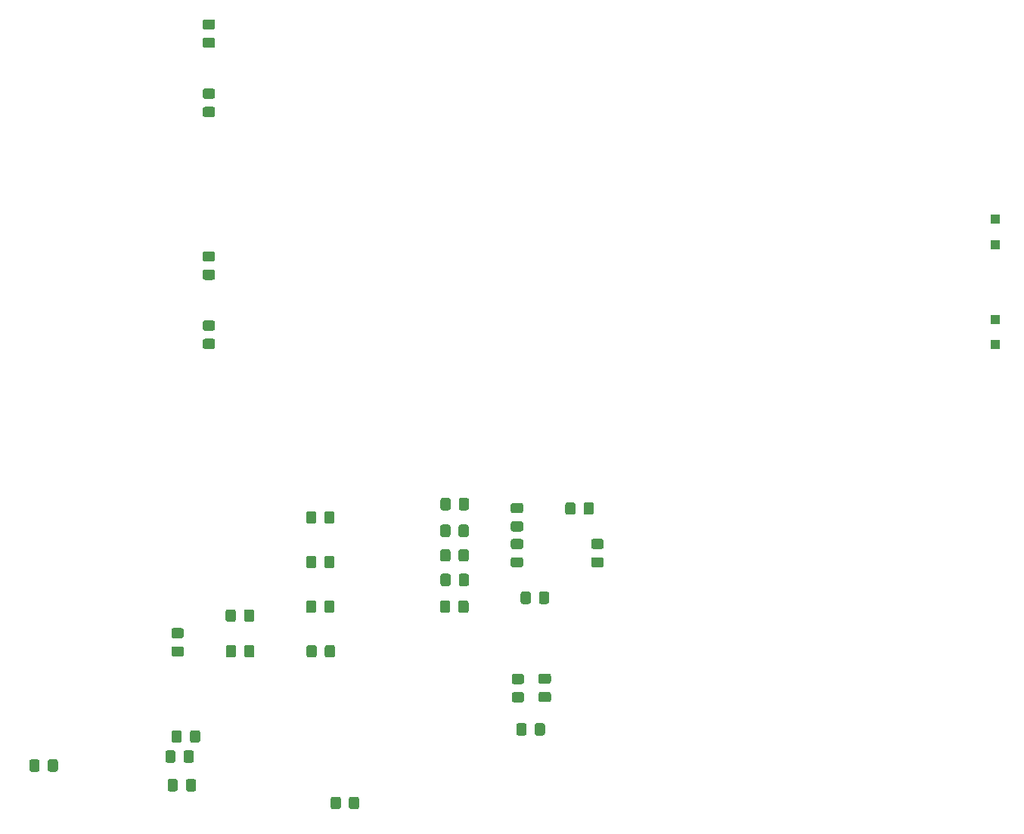
<source format=gbr>
G04 #@! TF.GenerationSoftware,KiCad,Pcbnew,(5.99.0-1662-g9db296991)*
G04 #@! TF.CreationDate,2020-05-24T00:42:55+05:30*
G04 #@! TF.ProjectId,UI,55492e6b-6963-4616-945f-706362585858,rev?*
G04 #@! TF.SameCoordinates,Original*
G04 #@! TF.FileFunction,Paste,Bot*
G04 #@! TF.FilePolarity,Positive*
%FSLAX46Y46*%
G04 Gerber Fmt 4.6, Leading zero omitted, Abs format (unit mm)*
G04 Created by KiCad (PCBNEW (5.99.0-1662-g9db296991)) date 2020-05-24 00:42:55*
%MOMM*%
%LPD*%
G01*
G04 APERTURE LIST*
%ADD10R,1.100000X1.100000*%
G04 APERTURE END LIST*
G36*
G01*
X34950001Y-56075000D02*
X34049999Y-56075000D01*
G75*
G02*
X33800000Y-55825001I0J249999D01*
G01*
X33800000Y-55174999D01*
G75*
G02*
X34049999Y-54925000I249999J0D01*
G01*
X34950001Y-54925000D01*
G75*
G02*
X35200000Y-55174999I0J-249999D01*
G01*
X35200000Y-55825001D01*
G75*
G02*
X34950001Y-56075000I-249999J0D01*
G01*
G37*
G36*
G01*
X34950001Y-58125000D02*
X34049999Y-58125000D01*
G75*
G02*
X33800000Y-57875001I0J249999D01*
G01*
X33800000Y-57224999D01*
G75*
G02*
X34049999Y-56975000I249999J0D01*
G01*
X34950001Y-56975000D01*
G75*
G02*
X35200000Y-57224999I0J-249999D01*
G01*
X35200000Y-57875001D01*
G75*
G02*
X34950001Y-58125000I-249999J0D01*
G01*
G37*
G36*
G01*
X34950001Y-48325000D02*
X34049999Y-48325000D01*
G75*
G02*
X33800000Y-48075001I0J249999D01*
G01*
X33800000Y-47424999D01*
G75*
G02*
X34049999Y-47175000I249999J0D01*
G01*
X34950001Y-47175000D01*
G75*
G02*
X35200000Y-47424999I0J-249999D01*
G01*
X35200000Y-48075001D01*
G75*
G02*
X34950001Y-48325000I-249999J0D01*
G01*
G37*
G36*
G01*
X34950001Y-50375000D02*
X34049999Y-50375000D01*
G75*
G02*
X33800000Y-50125001I0J249999D01*
G01*
X33800000Y-49474999D01*
G75*
G02*
X34049999Y-49225000I249999J0D01*
G01*
X34950001Y-49225000D01*
G75*
G02*
X35200000Y-49474999I0J-249999D01*
G01*
X35200000Y-50125001D01*
G75*
G02*
X34950001Y-50375000I-249999J0D01*
G01*
G37*
G36*
G01*
X34950001Y-30075000D02*
X34049999Y-30075000D01*
G75*
G02*
X33800000Y-29825001I0J249999D01*
G01*
X33800000Y-29174999D01*
G75*
G02*
X34049999Y-28925000I249999J0D01*
G01*
X34950001Y-28925000D01*
G75*
G02*
X35200000Y-29174999I0J-249999D01*
G01*
X35200000Y-29825001D01*
G75*
G02*
X34950001Y-30075000I-249999J0D01*
G01*
G37*
G36*
G01*
X34950001Y-32125000D02*
X34049999Y-32125000D01*
G75*
G02*
X33800000Y-31875001I0J249999D01*
G01*
X33800000Y-31224999D01*
G75*
G02*
X34049999Y-30975000I249999J0D01*
G01*
X34950001Y-30975000D01*
G75*
G02*
X35200000Y-31224999I0J-249999D01*
G01*
X35200000Y-31875001D01*
G75*
G02*
X34950001Y-32125000I-249999J0D01*
G01*
G37*
G36*
G01*
X34950001Y-22325000D02*
X34049999Y-22325000D01*
G75*
G02*
X33800000Y-22075001I0J249999D01*
G01*
X33800000Y-21424999D01*
G75*
G02*
X34049999Y-21175000I249999J0D01*
G01*
X34950001Y-21175000D01*
G75*
G02*
X35200000Y-21424999I0J-249999D01*
G01*
X35200000Y-22075001D01*
G75*
G02*
X34950001Y-22325000I-249999J0D01*
G01*
G37*
G36*
G01*
X34950001Y-24375000D02*
X34049999Y-24375000D01*
G75*
G02*
X33800000Y-24125001I0J249999D01*
G01*
X33800000Y-23474999D01*
G75*
G02*
X34049999Y-23225000I249999J0D01*
G01*
X34950001Y-23225000D01*
G75*
G02*
X35200000Y-23474999I0J-249999D01*
G01*
X35200000Y-24125001D01*
G75*
G02*
X34950001Y-24375000I-249999J0D01*
G01*
G37*
G36*
G01*
X31925000Y-107450001D02*
X31925000Y-106549999D01*
G75*
G02*
X32174999Y-106300000I249999J0D01*
G01*
X32825001Y-106300000D01*
G75*
G02*
X33075000Y-106549999I0J-249999D01*
G01*
X33075000Y-107450001D01*
G75*
G02*
X32825001Y-107700000I-249999J0D01*
G01*
X32174999Y-107700000D01*
G75*
G02*
X31925000Y-107450001I0J249999D01*
G01*
G37*
G36*
G01*
X29875000Y-107450001D02*
X29875000Y-106549999D01*
G75*
G02*
X30124999Y-106300000I249999J0D01*
G01*
X30775001Y-106300000D01*
G75*
G02*
X31025000Y-106549999I0J-249999D01*
G01*
X31025000Y-107450001D01*
G75*
G02*
X30775001Y-107700000I-249999J0D01*
G01*
X30124999Y-107700000D01*
G75*
G02*
X29875000Y-107450001I0J249999D01*
G01*
G37*
G36*
G01*
X47425000Y-82450001D02*
X47425000Y-81549999D01*
G75*
G02*
X47674999Y-81300000I249999J0D01*
G01*
X48325001Y-81300000D01*
G75*
G02*
X48575000Y-81549999I0J-249999D01*
G01*
X48575000Y-82450001D01*
G75*
G02*
X48325001Y-82700000I-249999J0D01*
G01*
X47674999Y-82700000D01*
G75*
G02*
X47425000Y-82450001I0J249999D01*
G01*
G37*
G36*
G01*
X45375000Y-82450001D02*
X45375000Y-81549999D01*
G75*
G02*
X45624999Y-81300000I249999J0D01*
G01*
X46275001Y-81300000D01*
G75*
G02*
X46525000Y-81549999I0J-249999D01*
G01*
X46525000Y-82450001D01*
G75*
G02*
X46275001Y-82700000I-249999J0D01*
G01*
X45624999Y-82700000D01*
G75*
G02*
X45375000Y-82450001I0J249999D01*
G01*
G37*
G36*
G01*
X47425000Y-87450001D02*
X47425000Y-86549999D01*
G75*
G02*
X47674999Y-86300000I249999J0D01*
G01*
X48325001Y-86300000D01*
G75*
G02*
X48575000Y-86549999I0J-249999D01*
G01*
X48575000Y-87450001D01*
G75*
G02*
X48325001Y-87700000I-249999J0D01*
G01*
X47674999Y-87700000D01*
G75*
G02*
X47425000Y-87450001I0J249999D01*
G01*
G37*
G36*
G01*
X45375000Y-87450001D02*
X45375000Y-86549999D01*
G75*
G02*
X45624999Y-86300000I249999J0D01*
G01*
X46275001Y-86300000D01*
G75*
G02*
X46525000Y-86549999I0J-249999D01*
G01*
X46525000Y-87450001D01*
G75*
G02*
X46275001Y-87700000I-249999J0D01*
G01*
X45624999Y-87700000D01*
G75*
G02*
X45375000Y-87450001I0J249999D01*
G01*
G37*
G36*
G01*
X47475000Y-92450001D02*
X47475000Y-91549999D01*
G75*
G02*
X47724999Y-91300000I249999J0D01*
G01*
X48375001Y-91300000D01*
G75*
G02*
X48625000Y-91549999I0J-249999D01*
G01*
X48625000Y-92450001D01*
G75*
G02*
X48375001Y-92700000I-249999J0D01*
G01*
X47724999Y-92700000D01*
G75*
G02*
X47475000Y-92450001I0J249999D01*
G01*
G37*
G36*
G01*
X45425000Y-92450001D02*
X45425000Y-91549999D01*
G75*
G02*
X45674999Y-91300000I249999J0D01*
G01*
X46325001Y-91300000D01*
G75*
G02*
X46575000Y-91549999I0J-249999D01*
G01*
X46575000Y-92450001D01*
G75*
G02*
X46325001Y-92700000I-249999J0D01*
G01*
X45674999Y-92700000D01*
G75*
G02*
X45425000Y-92450001I0J249999D01*
G01*
G37*
G36*
G01*
X47425000Y-77450001D02*
X47425000Y-76549999D01*
G75*
G02*
X47674999Y-76300000I249999J0D01*
G01*
X48325001Y-76300000D01*
G75*
G02*
X48575000Y-76549999I0J-249999D01*
G01*
X48575000Y-77450001D01*
G75*
G02*
X48325001Y-77700000I-249999J0D01*
G01*
X47674999Y-77700000D01*
G75*
G02*
X47425000Y-77450001I0J249999D01*
G01*
G37*
G36*
G01*
X45375000Y-77450001D02*
X45375000Y-76549999D01*
G75*
G02*
X45624999Y-76300000I249999J0D01*
G01*
X46275001Y-76300000D01*
G75*
G02*
X46525000Y-76549999I0J-249999D01*
G01*
X46525000Y-77450001D01*
G75*
G02*
X46275001Y-77700000I-249999J0D01*
G01*
X45624999Y-77700000D01*
G75*
G02*
X45375000Y-77450001I0J249999D01*
G01*
G37*
G36*
G01*
X70975000Y-101200001D02*
X70975000Y-100299999D01*
G75*
G02*
X71224999Y-100050000I249999J0D01*
G01*
X71875001Y-100050000D01*
G75*
G02*
X72125000Y-100299999I0J-249999D01*
G01*
X72125000Y-101200001D01*
G75*
G02*
X71875001Y-101450000I-249999J0D01*
G01*
X71224999Y-101450000D01*
G75*
G02*
X70975000Y-101200001I0J249999D01*
G01*
G37*
G36*
G01*
X68925000Y-101200001D02*
X68925000Y-100299999D01*
G75*
G02*
X69174999Y-100050000I249999J0D01*
G01*
X69825001Y-100050000D01*
G75*
G02*
X70075000Y-100299999I0J-249999D01*
G01*
X70075000Y-101200001D01*
G75*
G02*
X69825001Y-101450000I-249999J0D01*
G01*
X69174999Y-101450000D01*
G75*
G02*
X68925000Y-101200001I0J249999D01*
G01*
G37*
D10*
X122500000Y-57650000D03*
X122500000Y-54850000D03*
X122500000Y-46400000D03*
X122500000Y-43600000D03*
G36*
G01*
X61525000Y-86549999D02*
X61525000Y-87450001D01*
G75*
G02*
X61275001Y-87700000I-249999J0D01*
G01*
X60624999Y-87700000D01*
G75*
G02*
X60375000Y-87450001I0J249999D01*
G01*
X60375000Y-86549999D01*
G75*
G02*
X60624999Y-86300000I249999J0D01*
G01*
X61275001Y-86300000D01*
G75*
G02*
X61525000Y-86549999I0J-249999D01*
G01*
G37*
G36*
G01*
X63575000Y-86549999D02*
X63575000Y-87450001D01*
G75*
G02*
X63325001Y-87700000I-249999J0D01*
G01*
X62674999Y-87700000D01*
G75*
G02*
X62425000Y-87450001I0J249999D01*
G01*
X62425000Y-86549999D01*
G75*
G02*
X62674999Y-86300000I249999J0D01*
G01*
X63325001Y-86300000D01*
G75*
G02*
X63575000Y-86549999I0J-249999D01*
G01*
G37*
G36*
G01*
X61575000Y-75049999D02*
X61575000Y-75950001D01*
G75*
G02*
X61325001Y-76200000I-249999J0D01*
G01*
X60674999Y-76200000D01*
G75*
G02*
X60425000Y-75950001I0J249999D01*
G01*
X60425000Y-75049999D01*
G75*
G02*
X60674999Y-74800000I249999J0D01*
G01*
X61325001Y-74800000D01*
G75*
G02*
X61575000Y-75049999I0J-249999D01*
G01*
G37*
G36*
G01*
X63625000Y-75049999D02*
X63625000Y-75950001D01*
G75*
G02*
X63375001Y-76200000I-249999J0D01*
G01*
X62724999Y-76200000D01*
G75*
G02*
X62475000Y-75950001I0J249999D01*
G01*
X62475000Y-75049999D01*
G75*
G02*
X62724999Y-74800000I249999J0D01*
G01*
X63375001Y-74800000D01*
G75*
G02*
X63625000Y-75049999I0J-249999D01*
G01*
G37*
G36*
G01*
X61575000Y-83549999D02*
X61575000Y-84450001D01*
G75*
G02*
X61325001Y-84700000I-249999J0D01*
G01*
X60674999Y-84700000D01*
G75*
G02*
X60425000Y-84450001I0J249999D01*
G01*
X60425000Y-83549999D01*
G75*
G02*
X60674999Y-83300000I249999J0D01*
G01*
X61325001Y-83300000D01*
G75*
G02*
X61575000Y-83549999I0J-249999D01*
G01*
G37*
G36*
G01*
X63625000Y-83549999D02*
X63625000Y-84450001D01*
G75*
G02*
X63375001Y-84700000I-249999J0D01*
G01*
X62724999Y-84700000D01*
G75*
G02*
X62475000Y-84450001I0J249999D01*
G01*
X62475000Y-83549999D01*
G75*
G02*
X62724999Y-83300000I249999J0D01*
G01*
X63375001Y-83300000D01*
G75*
G02*
X63625000Y-83549999I0J-249999D01*
G01*
G37*
G36*
G01*
X49275000Y-108549999D02*
X49275000Y-109450001D01*
G75*
G02*
X49025001Y-109700000I-249999J0D01*
G01*
X48374999Y-109700000D01*
G75*
G02*
X48125000Y-109450001I0J249999D01*
G01*
X48125000Y-108549999D01*
G75*
G02*
X48374999Y-108300000I249999J0D01*
G01*
X49025001Y-108300000D01*
G75*
G02*
X49275000Y-108549999I0J-249999D01*
G01*
G37*
G36*
G01*
X51325000Y-108549999D02*
X51325000Y-109450001D01*
G75*
G02*
X51075001Y-109700000I-249999J0D01*
G01*
X50424999Y-109700000D01*
G75*
G02*
X50175000Y-109450001I0J249999D01*
G01*
X50175000Y-108549999D01*
G75*
G02*
X50424999Y-108300000I249999J0D01*
G01*
X51075001Y-108300000D01*
G75*
G02*
X51325000Y-108549999I0J-249999D01*
G01*
G37*
G36*
G01*
X31675000Y-104250001D02*
X31675000Y-103349999D01*
G75*
G02*
X31924999Y-103100000I249999J0D01*
G01*
X32575001Y-103100000D01*
G75*
G02*
X32825000Y-103349999I0J-249999D01*
G01*
X32825000Y-104250001D01*
G75*
G02*
X32575001Y-104500000I-249999J0D01*
G01*
X31924999Y-104500000D01*
G75*
G02*
X31675000Y-104250001I0J249999D01*
G01*
G37*
G36*
G01*
X29625000Y-104250001D02*
X29625000Y-103349999D01*
G75*
G02*
X29874999Y-103100000I249999J0D01*
G01*
X30525001Y-103100000D01*
G75*
G02*
X30775000Y-103349999I0J-249999D01*
G01*
X30775000Y-104250001D01*
G75*
G02*
X30525001Y-104500000I-249999J0D01*
G01*
X29874999Y-104500000D01*
G75*
G02*
X29625000Y-104250001I0J249999D01*
G01*
G37*
G36*
G01*
X31475000Y-101099999D02*
X31475000Y-102000001D01*
G75*
G02*
X31225001Y-102250000I-249999J0D01*
G01*
X30574999Y-102250000D01*
G75*
G02*
X30325000Y-102000001I0J249999D01*
G01*
X30325000Y-101099999D01*
G75*
G02*
X30574999Y-100850000I249999J0D01*
G01*
X31225001Y-100850000D01*
G75*
G02*
X31475000Y-101099999I0J-249999D01*
G01*
G37*
G36*
G01*
X33525000Y-101099999D02*
X33525000Y-102000001D01*
G75*
G02*
X33275001Y-102250000I-249999J0D01*
G01*
X32624999Y-102250000D01*
G75*
G02*
X32375000Y-102000001I0J249999D01*
G01*
X32375000Y-101099999D01*
G75*
G02*
X32624999Y-100850000I249999J0D01*
G01*
X33275001Y-100850000D01*
G75*
G02*
X33525000Y-101099999I0J-249999D01*
G01*
G37*
G36*
G01*
X37550000Y-91549999D02*
X37550000Y-92450001D01*
G75*
G02*
X37300001Y-92700000I-249999J0D01*
G01*
X36649999Y-92700000D01*
G75*
G02*
X36400000Y-92450001I0J249999D01*
G01*
X36400000Y-91549999D01*
G75*
G02*
X36649999Y-91300000I249999J0D01*
G01*
X37300001Y-91300000D01*
G75*
G02*
X37550000Y-91549999I0J-249999D01*
G01*
G37*
G36*
G01*
X39600000Y-91549999D02*
X39600000Y-92450001D01*
G75*
G02*
X39350001Y-92700000I-249999J0D01*
G01*
X38699999Y-92700000D01*
G75*
G02*
X38450000Y-92450001I0J249999D01*
G01*
X38450000Y-91549999D01*
G75*
G02*
X38699999Y-91300000I249999J0D01*
G01*
X39350001Y-91300000D01*
G75*
G02*
X39600000Y-91549999I0J-249999D01*
G01*
G37*
G36*
G01*
X37525000Y-87549999D02*
X37525000Y-88450001D01*
G75*
G02*
X37275001Y-88700000I-249999J0D01*
G01*
X36624999Y-88700000D01*
G75*
G02*
X36375000Y-88450001I0J249999D01*
G01*
X36375000Y-87549999D01*
G75*
G02*
X36624999Y-87300000I249999J0D01*
G01*
X37275001Y-87300000D01*
G75*
G02*
X37525000Y-87549999I0J-249999D01*
G01*
G37*
G36*
G01*
X39575000Y-87549999D02*
X39575000Y-88450001D01*
G75*
G02*
X39325001Y-88700000I-249999J0D01*
G01*
X38674999Y-88700000D01*
G75*
G02*
X38425000Y-88450001I0J249999D01*
G01*
X38425000Y-87549999D01*
G75*
G02*
X38674999Y-87300000I249999J0D01*
G01*
X39325001Y-87300000D01*
G75*
G02*
X39575000Y-87549999I0J-249999D01*
G01*
G37*
G36*
G01*
X30549999Y-91450000D02*
X31450001Y-91450000D01*
G75*
G02*
X31700000Y-91699999I0J-249999D01*
G01*
X31700000Y-92350001D01*
G75*
G02*
X31450001Y-92600000I-249999J0D01*
G01*
X30549999Y-92600000D01*
G75*
G02*
X30300000Y-92350001I0J249999D01*
G01*
X30300000Y-91699999D01*
G75*
G02*
X30549999Y-91450000I249999J0D01*
G01*
G37*
G36*
G01*
X30549999Y-89400000D02*
X31450001Y-89400000D01*
G75*
G02*
X31700000Y-89649999I0J-249999D01*
G01*
X31700000Y-90300001D01*
G75*
G02*
X31450001Y-90550000I-249999J0D01*
G01*
X30549999Y-90550000D01*
G75*
G02*
X30300000Y-90300001I0J249999D01*
G01*
X30300000Y-89649999D01*
G75*
G02*
X30549999Y-89400000I249999J0D01*
G01*
G37*
G36*
G01*
X68549999Y-77425000D02*
X69450001Y-77425000D01*
G75*
G02*
X69700000Y-77674999I0J-249999D01*
G01*
X69700000Y-78325001D01*
G75*
G02*
X69450001Y-78575000I-249999J0D01*
G01*
X68549999Y-78575000D01*
G75*
G02*
X68300000Y-78325001I0J249999D01*
G01*
X68300000Y-77674999D01*
G75*
G02*
X68549999Y-77425000I249999J0D01*
G01*
G37*
G36*
G01*
X68549999Y-75375000D02*
X69450001Y-75375000D01*
G75*
G02*
X69700000Y-75624999I0J-249999D01*
G01*
X69700000Y-76275001D01*
G75*
G02*
X69450001Y-76525000I-249999J0D01*
G01*
X68549999Y-76525000D01*
G75*
G02*
X68300000Y-76275001I0J249999D01*
G01*
X68300000Y-75624999D01*
G75*
G02*
X68549999Y-75375000I249999J0D01*
G01*
G37*
G36*
G01*
X16450000Y-105250001D02*
X16450000Y-104349999D01*
G75*
G02*
X16699999Y-104100000I249999J0D01*
G01*
X17350001Y-104100000D01*
G75*
G02*
X17600000Y-104349999I0J-249999D01*
G01*
X17600000Y-105250001D01*
G75*
G02*
X17350001Y-105500000I-249999J0D01*
G01*
X16699999Y-105500000D01*
G75*
G02*
X16450000Y-105250001I0J249999D01*
G01*
G37*
G36*
G01*
X14400000Y-105250001D02*
X14400000Y-104349999D01*
G75*
G02*
X14649999Y-104100000I249999J0D01*
G01*
X15300001Y-104100000D01*
G75*
G02*
X15550000Y-104349999I0J-249999D01*
G01*
X15550000Y-105250001D01*
G75*
G02*
X15300001Y-105500000I-249999J0D01*
G01*
X14649999Y-105500000D01*
G75*
G02*
X14400000Y-105250001I0J249999D01*
G01*
G37*
G36*
G01*
X69550001Y-95675000D02*
X68649999Y-95675000D01*
G75*
G02*
X68400000Y-95425001I0J249999D01*
G01*
X68400000Y-94774999D01*
G75*
G02*
X68649999Y-94525000I249999J0D01*
G01*
X69550001Y-94525000D01*
G75*
G02*
X69800000Y-94774999I0J-249999D01*
G01*
X69800000Y-95425001D01*
G75*
G02*
X69550001Y-95675000I-249999J0D01*
G01*
G37*
G36*
G01*
X69550001Y-97725000D02*
X68649999Y-97725000D01*
G75*
G02*
X68400000Y-97475001I0J249999D01*
G01*
X68400000Y-96824999D01*
G75*
G02*
X68649999Y-96575000I249999J0D01*
G01*
X69550001Y-96575000D01*
G75*
G02*
X69800000Y-96824999I0J-249999D01*
G01*
X69800000Y-97475001D01*
G75*
G02*
X69550001Y-97725000I-249999J0D01*
G01*
G37*
G36*
G01*
X71649999Y-96550000D02*
X72550001Y-96550000D01*
G75*
G02*
X72800000Y-96799999I0J-249999D01*
G01*
X72800000Y-97450001D01*
G75*
G02*
X72550001Y-97700000I-249999J0D01*
G01*
X71649999Y-97700000D01*
G75*
G02*
X71400000Y-97450001I0J249999D01*
G01*
X71400000Y-96799999D01*
G75*
G02*
X71649999Y-96550000I249999J0D01*
G01*
G37*
G36*
G01*
X71649999Y-94500000D02*
X72550001Y-94500000D01*
G75*
G02*
X72800000Y-94749999I0J-249999D01*
G01*
X72800000Y-95400001D01*
G75*
G02*
X72550001Y-95650000I-249999J0D01*
G01*
X71649999Y-95650000D01*
G75*
G02*
X71400000Y-95400001I0J249999D01*
G01*
X71400000Y-94749999D01*
G75*
G02*
X71649999Y-94500000I249999J0D01*
G01*
G37*
G36*
G01*
X76450000Y-76450001D02*
X76450000Y-75549999D01*
G75*
G02*
X76699999Y-75300000I249999J0D01*
G01*
X77350001Y-75300000D01*
G75*
G02*
X77600000Y-75549999I0J-249999D01*
G01*
X77600000Y-76450001D01*
G75*
G02*
X77350001Y-76700000I-249999J0D01*
G01*
X76699999Y-76700000D01*
G75*
G02*
X76450000Y-76450001I0J249999D01*
G01*
G37*
G36*
G01*
X74400000Y-76450001D02*
X74400000Y-75549999D01*
G75*
G02*
X74649999Y-75300000I249999J0D01*
G01*
X75300001Y-75300000D01*
G75*
G02*
X75550000Y-75549999I0J-249999D01*
G01*
X75550000Y-76450001D01*
G75*
G02*
X75300001Y-76700000I-249999J0D01*
G01*
X74649999Y-76700000D01*
G75*
G02*
X74400000Y-76450001I0J249999D01*
G01*
G37*
G36*
G01*
X69450001Y-80550000D02*
X68549999Y-80550000D01*
G75*
G02*
X68300000Y-80300001I0J249999D01*
G01*
X68300000Y-79649999D01*
G75*
G02*
X68549999Y-79400000I249999J0D01*
G01*
X69450001Y-79400000D01*
G75*
G02*
X69700000Y-79649999I0J-249999D01*
G01*
X69700000Y-80300001D01*
G75*
G02*
X69450001Y-80550000I-249999J0D01*
G01*
G37*
G36*
G01*
X69450001Y-82600000D02*
X68549999Y-82600000D01*
G75*
G02*
X68300000Y-82350001I0J249999D01*
G01*
X68300000Y-81699999D01*
G75*
G02*
X68549999Y-81450000I249999J0D01*
G01*
X69450001Y-81450000D01*
G75*
G02*
X69700000Y-81699999I0J-249999D01*
G01*
X69700000Y-82350001D01*
G75*
G02*
X69450001Y-82600000I-249999J0D01*
G01*
G37*
G36*
G01*
X61550000Y-80799999D02*
X61550000Y-81700001D01*
G75*
G02*
X61300001Y-81950000I-249999J0D01*
G01*
X60649999Y-81950000D01*
G75*
G02*
X60400000Y-81700001I0J249999D01*
G01*
X60400000Y-80799999D01*
G75*
G02*
X60649999Y-80550000I249999J0D01*
G01*
X61300001Y-80550000D01*
G75*
G02*
X61550000Y-80799999I0J-249999D01*
G01*
G37*
G36*
G01*
X63600000Y-80799999D02*
X63600000Y-81700001D01*
G75*
G02*
X63350001Y-81950000I-249999J0D01*
G01*
X62699999Y-81950000D01*
G75*
G02*
X62450000Y-81700001I0J249999D01*
G01*
X62450000Y-80799999D01*
G75*
G02*
X62699999Y-80550000I249999J0D01*
G01*
X63350001Y-80550000D01*
G75*
G02*
X63600000Y-80799999I0J-249999D01*
G01*
G37*
G36*
G01*
X77549999Y-81450000D02*
X78450001Y-81450000D01*
G75*
G02*
X78700000Y-81699999I0J-249999D01*
G01*
X78700000Y-82350001D01*
G75*
G02*
X78450001Y-82600000I-249999J0D01*
G01*
X77549999Y-82600000D01*
G75*
G02*
X77300000Y-82350001I0J249999D01*
G01*
X77300000Y-81699999D01*
G75*
G02*
X77549999Y-81450000I249999J0D01*
G01*
G37*
G36*
G01*
X77549999Y-79400000D02*
X78450001Y-79400000D01*
G75*
G02*
X78700000Y-79649999I0J-249999D01*
G01*
X78700000Y-80300001D01*
G75*
G02*
X78450001Y-80550000I-249999J0D01*
G01*
X77549999Y-80550000D01*
G75*
G02*
X77300000Y-80300001I0J249999D01*
G01*
X77300000Y-79649999D01*
G75*
G02*
X77549999Y-79400000I249999J0D01*
G01*
G37*
G36*
G01*
X70550000Y-85549999D02*
X70550000Y-86450001D01*
G75*
G02*
X70300001Y-86700000I-249999J0D01*
G01*
X69649999Y-86700000D01*
G75*
G02*
X69400000Y-86450001I0J249999D01*
G01*
X69400000Y-85549999D01*
G75*
G02*
X69649999Y-85300000I249999J0D01*
G01*
X70300001Y-85300000D01*
G75*
G02*
X70550000Y-85549999I0J-249999D01*
G01*
G37*
G36*
G01*
X72600000Y-85549999D02*
X72600000Y-86450001D01*
G75*
G02*
X72350001Y-86700000I-249999J0D01*
G01*
X71699999Y-86700000D01*
G75*
G02*
X71450000Y-86450001I0J249999D01*
G01*
X71450000Y-85549999D01*
G75*
G02*
X71699999Y-85300000I249999J0D01*
G01*
X72350001Y-85300000D01*
G75*
G02*
X72600000Y-85549999I0J-249999D01*
G01*
G37*
G36*
G01*
X61550000Y-78049999D02*
X61550000Y-78950001D01*
G75*
G02*
X61300001Y-79200000I-249999J0D01*
G01*
X60649999Y-79200000D01*
G75*
G02*
X60400000Y-78950001I0J249999D01*
G01*
X60400000Y-78049999D01*
G75*
G02*
X60649999Y-77800000I249999J0D01*
G01*
X61300001Y-77800000D01*
G75*
G02*
X61550000Y-78049999I0J-249999D01*
G01*
G37*
G36*
G01*
X63600000Y-78049999D02*
X63600000Y-78950001D01*
G75*
G02*
X63350001Y-79200000I-249999J0D01*
G01*
X62699999Y-79200000D01*
G75*
G02*
X62450000Y-78950001I0J249999D01*
G01*
X62450000Y-78049999D01*
G75*
G02*
X62699999Y-77800000I249999J0D01*
G01*
X63350001Y-77800000D01*
G75*
G02*
X63600000Y-78049999I0J-249999D01*
G01*
G37*
M02*

</source>
